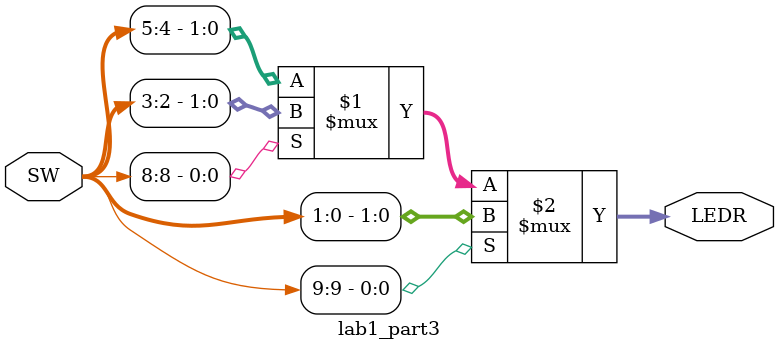
<source format=v>
/*
	Author: Quyet Luu
	Date: 7/25/2016
*/

module lab1_part3(SW, LEDR);
input [9:0] SW;
output [1:0] LEDR;

assign LEDR = SW[9]? SW[1:0] : 
				  SW[8]? SW[3:2] : SW[5:4];

endmodule
</source>
